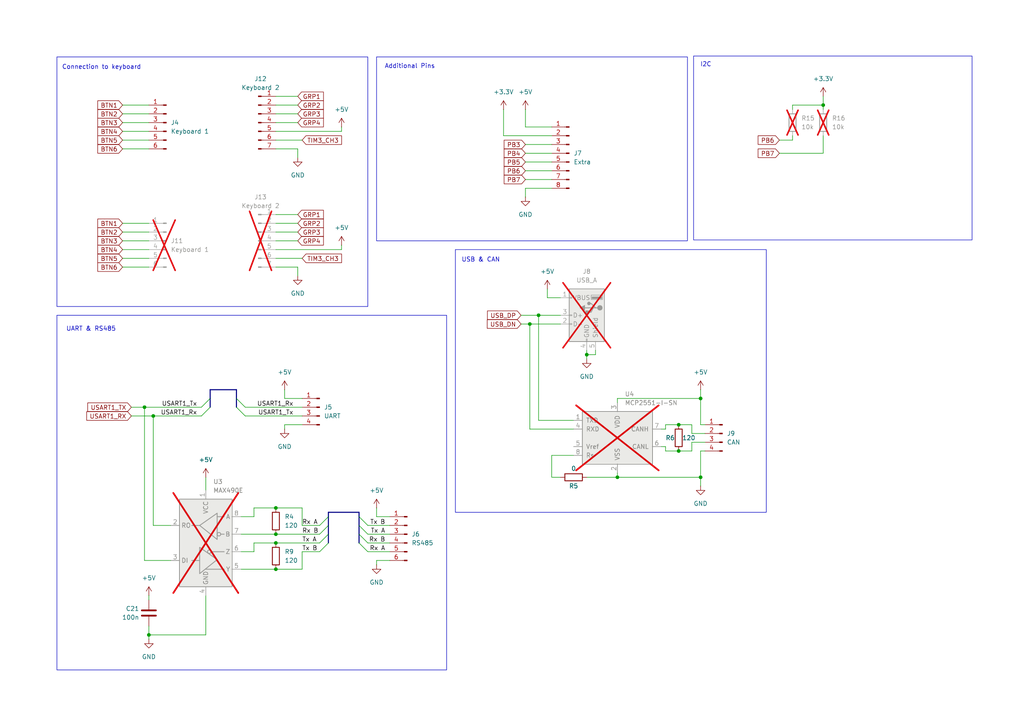
<source format=kicad_sch>
(kicad_sch (version 20250114) (generator "eeschema") (generator_version "9.0")
  (paper "A4")
  (title_block (title "Interface"))
  (lib_symbols
    (symbol "Connector:Conn_01x04_Pin" (pin_names (offset 1.016) (hide yes))
      (property "Reference" "J" (at 0 5.08 0))
      (property "Value" "Conn_01x04_Pin" (at 0 -7.62 0))
      (symbol "Conn_01x04_Pin_1_1"
        (rectangle (start 0.8636 2.667) (end 0 2.413) (stroke (width 0.1524)) (fill (type outline)))
        (rectangle (start 0.8636 0.127) (end 0 -0.127) (stroke (width 0.1524)) (fill (type outline)))
        (rectangle (start 0.8636 -2.413) (end 0 -2.667) (stroke (width 0.1524)) (fill (type outline)))
        (rectangle (start 0.8636 -4.953) (end 0 -5.207) (stroke (width 0.1524)) (fill (type outline)))
        (polyline (pts (xy 1.27 2.54) (xy 0.8636 2.54)) (stroke (width 0.1524)))
        (polyline (pts (xy 1.27 0) (xy 0.8636 0)) (stroke (width 0.1524)))
        (polyline (pts (xy 1.27 -2.54) (xy 0.8636 -2.54)) (stroke (width 0.1524)))
        (polyline (pts (xy 1.27 -5.08) (xy 0.8636 -5.08)) (stroke (width 0.1524)))
        (pin passive line (at 5.08 2.54 180) (length 3.81) (name "Pin_1") (number "1"))
        (pin passive line (at 5.08 0 180) (length 3.81) (name "Pin_2") (number "2"))
        (pin passive line (at 5.08 -2.54 180) (length 3.81) (name "Pin_3") (number "3"))
        (pin passive line (at 5.08 -5.08 180) (length 3.81) (name "Pin_4") (number "4"))
      )
    )
    (symbol "Connector:Conn_01x06_Pin" (pin_names (offset 1.016) (hide yes))
      (property "Reference" "J" (at 0 7.62 0))
      (property "Value" "Conn_01x06_Pin" (at 0 -10.16 0))
      (symbol "Conn_01x06_Pin_1_1"
        (rectangle (start 0.8636 5.207) (end 0 4.953) (stroke (width 0.1524)) (fill (type outline)))
        (rectangle (start 0.8636 2.667) (end 0 2.413) (stroke (width 0.1524)) (fill (type outline)))
        (rectangle (start 0.8636 0.127) (end 0 -0.127) (stroke (width 0.1524)) (fill (type outline)))
        (rectangle (start 0.8636 -2.413) (end 0 -2.667) (stroke (width 0.1524)) (fill (type outline)))
        (rectangle (start 0.8636 -4.953) (end 0 -5.207) (stroke (width 0.1524)) (fill (type outline)))
        (rectangle (start 0.8636 -7.493) (end 0 -7.747) (stroke (width 0.1524)) (fill (type outline)))
        (polyline (pts (xy 1.27 5.08) (xy 0.8636 5.08)) (stroke (width 0.1524)))
        (polyline (pts (xy 1.27 2.54) (xy 0.8636 2.54)) (stroke (width 0.1524)))
        (polyline (pts (xy 1.27 0) (xy 0.8636 0)) (stroke (width 0.1524)))
        (polyline (pts (xy 1.27 -2.54) (xy 0.8636 -2.54)) (stroke (width 0.1524)))
        (polyline (pts (xy 1.27 -5.08) (xy 0.8636 -5.08)) (stroke (width 0.1524)))
        (polyline (pts (xy 1.27 -7.62) (xy 0.8636 -7.62)) (stroke (width 0.1524)))
        (pin passive line (at 5.08 5.08 180) (length 3.81) (name "Pin_1") (number "1"))
        (pin passive line (at 5.08 2.54 180) (length 3.81) (name "Pin_2") (number "2"))
        (pin passive line (at 5.08 0 180) (length 3.81) (name "Pin_3") (number "3"))
        (pin passive line (at 5.08 -2.54 180) (length 3.81) (name "Pin_4") (number "4"))
        (pin passive line (at 5.08 -5.08 180) (length 3.81) (name "Pin_5") (number "5"))
        (pin passive line (at 5.08 -7.62 180) (length 3.81) (name "Pin_6") (number "6"))
      )
    )
    (symbol "Connector:Conn_01x07_Pin" (pin_names (offset 1.016) (hide yes))
      (property "Reference" "J" (at 0 10.16 0))
      (property "Value" "Conn_01x07_Pin" (at 0 -10.16 0))
      (symbol "Conn_01x07_Pin_1_1"
        (rectangle (start 0.8636 7.747) (end 0 7.493) (stroke (width 0.1524)) (fill (type outline)))
        (rectangle (start 0.8636 5.207) (end 0 4.953) (stroke (width 0.1524)) (fill (type outline)))
        (rectangle (start 0.8636 2.667) (end 0 2.413) (stroke (width 0.1524)) (fill (type outline)))
        (rectangle (start 0.8636 0.127) (end 0 -0.127) (stroke (width 0.1524)) (fill (type outline)))
        (rectangle (start 0.8636 -2.413) (end 0 -2.667) (stroke (width 0.1524)) (fill (type outline)))
        (rectangle (start 0.8636 -4.953) (end 0 -5.207) (stroke (width 0.1524)) (fill (type outline)))
        (rectangle (start 0.8636 -7.493) (end 0 -7.747) (stroke (width 0.1524)) (fill (type outline)))
        (polyline (pts (xy 1.27 7.62) (xy 0.8636 7.62)) (stroke (width 0.1524)))
        (polyline (pts (xy 1.27 5.08) (xy 0.8636 5.08)) (stroke (width 0.1524)))
        (polyline (pts (xy 1.27 2.54) (xy 0.8636 2.54)) (stroke (width 0.1524)))
        (polyline (pts (xy 1.27 0) (xy 0.8636 0)) (stroke (width 0.1524)))
        (polyline (pts (xy 1.27 -2.54) (xy 0.8636 -2.54)) (stroke (width 0.1524)))
        (polyline (pts (xy 1.27 -5.08) (xy 0.8636 -5.08)) (stroke (width 0.1524)))
        (polyline (pts (xy 1.27 -7.62) (xy 0.8636 -7.62)) (stroke (width 0.1524)))
        (pin passive line (at 5.08 7.62 180) (length 3.81) (name "Pin_1") (number "1"))
        (pin passive line (at 5.08 5.08 180) (length 3.81) (name "Pin_2") (number "2"))
        (pin passive line (at 5.08 2.54 180) (length 3.81) (name "Pin_3") (number "3"))
        (pin passive line (at 5.08 0 180) (length 3.81) (name "Pin_4") (number "4"))
        (pin passive line (at 5.08 -2.54 180) (length 3.81) (name "Pin_5") (number "5"))
        (pin passive line (at 5.08 -5.08 180) (length 3.81) (name "Pin_6") (number "6"))
        (pin passive line (at 5.08 -7.62 180) (length 3.81) (name "Pin_7") (number "7"))
      )
    )
    (symbol "Connector:Conn_01x08_Pin" (pin_names (offset 1.016) (hide yes))
      (property "Reference" "J" (at 0 10.16 0))
      (property "Value" "Conn_01x08_Pin" (at 0 -12.7 0))
      (symbol "Conn_01x08_Pin_1_1"
        (rectangle (start 0.8636 7.747) (end 0 7.493) (stroke (width 0.1524)) (fill (type outline)))
        (rectangle (start 0.8636 5.207) (end 0 4.953) (stroke (width 0.1524)) (fill (type outline)))
        (rectangle (start 0.8636 2.667) (end 0 2.413) (stroke (width 0.1524)) (fill (type outline)))
        (rectangle (start 0.8636 0.127) (end 0 -0.127) (stroke (width 0.1524)) (fill (type outline)))
        (rectangle (start 0.8636 -2.413) (end 0 -2.667) (stroke (width 0.1524)) (fill (type outline)))
        (rectangle (start 0.8636 -4.953) (end 0 -5.207) (stroke (width 0.1524)) (fill (type outline)))
        (rectangle (start 0.8636 -7.493) (end 0 -7.747) (stroke (width 0.1524)) (fill (type outline)))
        (rectangle (start 0.8636 -10.033) (end 0 -10.287) (stroke (width 0.1524)) (fill (type outline)))
        (polyline (pts (xy 1.27 7.62) (xy 0.8636 7.62)) (stroke (width 0.1524)))
        (polyline (pts (xy 1.27 5.08) (xy 0.8636 5.08)) (stroke (width 0.1524)))
        (polyline (pts (xy 1.27 2.54) (xy 0.8636 2.54)) (stroke (width 0.1524)))
        (polyline (pts (xy 1.27 0) (xy 0.8636 0)) (stroke (width 0.1524)))
        (polyline (pts (xy 1.27 -2.54) (xy 0.8636 -2.54)) (stroke (width 0.1524)))
        (polyline (pts (xy 1.27 -5.08) (xy 0.8636 -5.08)) (stroke (width 0.1524)))
        (polyline (pts (xy 1.27 -7.62) (xy 0.8636 -7.62)) (stroke (width 0.1524)))
        (polyline (pts (xy 1.27 -10.16) (xy 0.8636 -10.16)) (stroke (width 0.1524)))
        (pin passive line (at 5.08 7.62 180) (length 3.81) (name "Pin_1") (number "1"))
        (pin passive line (at 5.08 5.08 180) (length 3.81) (name "Pin_2") (number "2"))
        (pin passive line (at 5.08 2.54 180) (length 3.81) (name "Pin_3") (number "3"))
        (pin passive line (at 5.08 0 180) (length 3.81) (name "Pin_4") (number "4"))
        (pin passive line (at 5.08 -2.54 180) (length 3.81) (name "Pin_5") (number "5"))
        (pin passive line (at 5.08 -5.08 180) (length 3.81) (name "Pin_6") (number "6"))
        (pin passive line (at 5.08 -7.62 180) (length 3.81) (name "Pin_7") (number "7"))
        (pin passive line (at 5.08 -10.16 180) (length 3.81) (name "Pin_8") (number "8"))
      )
    )
    (symbol "Connector:USB_A" (pin_names (offset 1.016))
      (property "Reference" "J" (at -5.08 11.43 0))
      (property "Value" "USB_A" (at -5.08 8.89 0))
      (symbol "USB_A_0_1"
        (rectangle (start -5.08 -7.62) (end 5.08 7.62) (stroke (width 0.254)) (fill (type background)))
        (circle (center -3.81 2.159) (radius 0.635) (stroke (width 0.254)) (fill (type outline)))
        (polyline (pts (xy -3.175 2.159) (xy -2.54 2.159) (xy -1.27 3.429) (xy -0.635 3.429)) (stroke (width 0.254)))
        (polyline (pts (xy -2.54 2.159) (xy -1.905 2.159) (xy -1.27 0.889) (xy 0 0.889)) (stroke (width 0.254)))
        (rectangle (start -1.524 4.826) (end -4.318 5.334) (fill (type outline)))
        (rectangle (start -1.27 4.572) (end -4.572 5.842))
        (circle (center -0.635 3.429) (radius 0.381) (stroke (width 0.254)) (fill (type outline)))
        (rectangle (start -0.127 -7.62) (end 0.127 -6.858))
        (rectangle (start 0.254 1.27) (end -0.508 0.508) (stroke (width 0.254)) (fill (type outline)))
        (polyline (pts (xy 0.635 2.794) (xy 0.635 1.524) (xy 1.905 2.159) (xy 0.635 2.794)) (stroke (width 0.254)) (fill (type outline)))
        (rectangle (start 5.08 4.953) (end 4.318 5.207))
        (rectangle (start 5.08 -0.127) (end 4.318 0.127))
        (rectangle (start 5.08 -2.667) (end 4.318 -2.413))
      )
      (symbol "USB_A_1_1"
        (polyline (pts (xy -1.905 2.159) (xy 0.635 2.159)) (stroke (width 0.254)))
        (pin passive line (at -2.54 -10.16 90) (length 2.54) (name "Shield") (number "5"))
        (pin power_in line (at 0 -10.16 90) (length 2.54) (name "GND") (number "4"))
        (pin power_in line (at 7.62 5.08 180) (length 2.54) (name "VBUS") (number "1"))
        (pin bidirectional line (at 7.62 0 180) (length 2.54) (name "D+") (number "3"))
        (pin bidirectional line (at 7.62 -2.54 180) (length 2.54) (name "D-") (number "2"))
      )
    )
    (symbol "Device:C" (pin_numbers (hide yes)) (pin_names (offset 0.254))
      (property "Reference" "C" (at 0.635 2.54 0))
      (property "Value" "C" (at 0.635 -2.54 0))
      (symbol "C_0_1"
        (polyline (pts (xy -2.032 0.762) (xy 2.032 0.762)) (stroke (width 0.508)))
        (polyline (pts (xy -2.032 -0.762) (xy 2.032 -0.762)) (stroke (width 0.508)))
      )
      (symbol "C_1_1"
        (pin passive line (at 0 3.81 270) (length 2.794) (name "~") (number "1"))
        (pin passive line (at 0 -3.81 90) (length 2.794) (name "~") (number "2"))
      )
    )
    (symbol "Device:R" (pin_numbers (hide yes)) (pin_names (offset 0))
      (property "Reference" "R" (at 2.032 0 90))
      (property "Value" "R" (at 0 0 90))
      (symbol "R_0_1"
        (rectangle (start -1.016 -2.54) (end 1.016 2.54) (stroke (width 0.254)))
      )
      (symbol "R_1_1"
        (pin passive line (at 0 3.81 270) (length 1.27) (name "~") (number "1"))
        (pin passive line (at 0 -3.81 90) (length 1.27) (name "~") (number "2"))
      )
    )
    (symbol "Interface_CAN_LIN:MCP2551-I-SN" (pin_names (offset 1.016))
      (property "Reference" "U" (at -10.16 8.89 0))
      (property "Value" "MCP2551-I-SN" (at 2.54 8.89 0))
      (symbol "MCP2551-I-SN_0_1"
        (rectangle (start -10.16 7.62) (end 10.16 -7.62) (stroke (width 0.254)) (fill (type background)))
      )
      (symbol "MCP2551-I-SN_1_1"
        (pin input line (at -12.7 5.08 0) (length 2.54) (name "TXD") (number "1"))
        (pin output line (at -12.7 2.54 0) (length 2.54) (name "RXD") (number "4"))
        (pin power_out line (at -12.7 -2.54 0) (length 2.54) (name "Vref") (number "5"))
        (pin input line (at -12.7 -5.08 0) (length 2.54) (name "Rs") (number "8"))
        (pin power_in line (at 0 10.16 270) (length 2.54) (name "VDD") (number "3"))
        (pin power_in line (at 0 -10.16 90) (length 2.54) (name "VSS") (number "2"))
        (pin bidirectional line (at 12.7 2.54 180) (length 2.54) (name "CANH") (number "7"))
        (pin bidirectional line (at 12.7 -2.54 180) (length 2.54) (name "CANL") (number "6"))
      )
    )
    (symbol "Interface_UART:MAX490E"
      (property "Reference" "U" (at -7.62 13.97 0))
      (property "Value" "MAX490E" (at 0.762 13.97 0))
      (symbol "MAX490E_0_1"
        (rectangle (start -7.62 12.7) (end 7.62 -12.7) (stroke (width 0.254)) (fill (type background)))
        (polyline (pts (xy -1.778 5.08) (xy -4.064 5.08)) (stroke (width 0.254)))
        (polyline (pts (xy -1.778 -5.08) (xy -4.064 -5.08)) (stroke (width 0.254)))
        (polyline (pts (xy -1.778 -5.08) (xy -1.778 -1.27) (xy 3.302 -4.826) (xy -1.778 -8.89) (xy -1.778 -5.08)) (stroke (width 0.254)))
        (polyline (pts (xy 0 -7.62) (xy 5.334 -7.62)) (stroke (width 0.254)))
        (circle (center 1.016 -2.54) (radius 0.508) (stroke (width 0.254)))
        (polyline (pts (xy 1.524 -2.54) (xy 5.334 -2.54)) (stroke (width 0.254)))
        (polyline (pts (xy 3.302 7.62) (xy 5.334 7.62)) (stroke (width 0.254)))
        (polyline (pts (xy 4.318 2.54) (xy 5.334 2.54)) (stroke (width 0.254)))
      )
      (symbol "MAX490E_1_1"
        (polyline (pts (xy 3.302 4.826) (xy 3.302 8.636) (xy -1.778 5.08) (xy 3.302 1.016) (xy 3.302 4.826)) (stroke (width 0.254)))
        (circle (center 3.81 2.54) (radius 0.508) (stroke (width 0.254)))
        (pin output line (at -10.16 5.08 0) (length 2.54) (name "RO") (number "2"))
        (pin input line (at -10.16 -5.08 0) (length 2.54) (name "DI") (number "3"))
        (pin power_in line (at 0 15.24 270) (length 2.54) (name "VCC") (number "1"))
        (pin power_in line (at 0 -15.24 90) (length 2.54) (name "GND") (number "4"))
        (pin input line (at 10.16 7.62 180) (length 2.54) (name "A") (number "8"))
        (pin input line (at 10.16 2.54 180) (length 2.54) (name "B") (number "7"))
        (pin output line (at 10.16 -2.54 180) (length 2.54) (name "Z") (number "6"))
        (pin output line (at 10.16 -7.62 180) (length 2.54) (name "Y") (number "5"))
      )
    )
    (symbol "power:+3.3V" (power) (pin_numbers (hide yes)) (pin_names (offset 0) (hide yes))
      (property "Value" "+3.3V" (at 0 3.556 0))
      (symbol "+3.3V_0_1"
        (polyline (pts (xy -0.762 1.27) (xy 0 2.54)))
        (polyline (pts (xy 0 2.54) (xy 0.762 1.27)))
        (polyline (pts (xy 0 0) (xy 0 2.54)))
      )
      (symbol "+3.3V_1_1"
        (pin power_in line (at 0 0 90) (length 0) (name "~") (number "1"))
      )
    )
    (symbol "power:+5V" (power) (pin_numbers (hide yes)) (pin_names (offset 0) (hide yes))
      (property "Value" "+5V" (at 0 3.556 0))
      (symbol "+5V_0_1"
        (polyline (pts (xy -0.762 1.27) (xy 0 2.54)))
        (polyline (pts (xy 0 2.54) (xy 0.762 1.27)))
        (polyline (pts (xy 0 0) (xy 0 2.54)))
      )
      (symbol "+5V_1_1"
        (pin power_in line (at 0 0 90) (length 0) (name "~") (number "1"))
      )
    )
    (symbol "power:GND" (power) (pin_numbers (hide yes)) (pin_names (offset 0) (hide yes))
      (property "Value" "GND" (at 0 -3.81 0))
      (symbol "GND_0_1"
        (polyline (pts (xy 0 0) (xy 0 -1.27) (xy 1.27 -1.27) (xy 0 -2.54) (xy -1.27 -1.27) (xy 0 -1.27)))
      )
      (symbol "GND_1_1"
        (pin power_in line (at 0 0 270) (length 0) (name "~") (number "1"))
      )
    )
  )
  (rectangle (start 16.51 91.44) (end 129.54 194.31))
  (rectangle (start 109.22 16.51) (end 199.39 69.85))
  (rectangle (start 132.08 72.39) (end 222.25 148.59))
  (rectangle (start 16.51 16.51) (end 106.68 88.9))
  (rectangle (start 201.168 16.256) (end 281.94 69.596))
  (text "I2C" (at 204.724 18.796 0) (effects (font (size 1.27 1.27))))
  (text "Additional Pins" (at 118.872 19.304 0) (effects (font (size 1.27 1.27))))
  (text "UART & RS485\n" (at 26.416 95.504 0) (effects (font (size 1.27 1.27))))
  (text "USB & CAN" (at 139.446 75.438 0) (effects (font (size 1.27 1.27))))
  (text "Connection to keyboard" (at 29.464 19.558 0) (effects (font (size 1.27 1.27))))
  (junction (at 44.45 120.65))
  (junction (at 80.01 147.32))
  (junction (at 80.01 165.1))
  (junction (at 43.18 184.15))
  (junction (at 203.2 115.57))
  (junction (at 196.85 123.19))
  (junction (at 156.21 91.44))
  (junction (at 41.91 118.11))
  (junction (at 80.01 154.94))
  (junction (at 203.2 138.43))
  (junction (at 238.76 30.48))
  (junction (at 179.07 138.43))
  (junction (at 170.18 102.87))
  (junction (at 153.67 93.98))
  (junction (at 80.01 157.48))
  (junction (at 196.85 130.81))
  (bus_entry (at 92.71 160.02) (size 2.54 -2.54))
  (bus_entry (at 106.68 160.02) (size -2.54 -2.54))
  (bus_entry (at 60.96 118.11) (size -2.54 2.54))
  (bus_entry (at 92.71 152.4) (size 2.54 -2.54))
  (bus_entry (at 68.58 118.11) (size 2.54 2.54))
  (bus_entry (at 106.68 157.48) (size -2.54 -2.54))
  (bus_entry (at 106.68 154.94) (size -2.54 -2.54))
  (bus_entry (at 68.58 115.57) (size 2.54 2.54))
  (bus_entry (at 92.71 154.94) (size 2.54 -2.54))
  (bus_entry (at 106.68 152.4) (size -2.54 -2.54))
  (bus_entry (at 92.71 157.48) (size 2.54 -2.54))
  (bus_entry (at 60.96 115.57) (size -2.54 2.54))
  (wire (pts (xy 156.21 91.44) (xy 162.56 91.44)))
  (wire (pts (xy 152.4 31.75) (xy 152.4 36.83)))
  (wire (pts (xy 179.07 116.84) (xy 179.07 115.57)))
  (wire (pts (xy 106.68 152.4) (xy 113.03 152.4)))
  (wire (pts (xy 160.02 132.08) (xy 160.02 138.43)))
  (wire (pts (xy 69.85 154.94) (xy 80.01 154.94)))
  (wire (pts (xy 109.22 149.86) (xy 113.03 149.86)))
  (wire (pts (xy 73.66 157.48) (xy 80.01 157.48)))
  (wire (pts (xy 160.02 54.61) (xy 152.4 54.61)))
  (wire (pts (xy 43.18 35.56) (xy 35.56 35.56)))
  (wire (pts (xy 35.56 30.48) (xy 43.18 30.48)))
  (wire (pts (xy 106.68 157.48) (xy 113.03 157.48)))
  (wire (pts (xy 86.36 64.77) (xy 80.01 64.77)))
  (wire (pts (xy 172.72 102.87) (xy 170.18 102.87)))
  (wire (pts (xy 193.04 130.81) (xy 193.04 129.54)))
  (wire (pts (xy 71.12 118.11) (xy 87.63 118.11)))
  (bus (pts (xy 60.96 115.57) (xy 60.96 113.03)))
  (wire (pts (xy 35.56 77.47) (xy 43.18 77.47)))
  (wire (pts (xy 80.01 157.48) (xy 92.71 157.48)))
  (wire (pts (xy 73.66 160.02) (xy 69.85 160.02)))
  (wire (pts (xy 229.87 40.64) (xy 229.87 39.37)))
  (wire (pts (xy 35.56 64.77) (xy 43.18 64.77)))
  (wire (pts (xy 152.4 54.61) (xy 152.4 57.15)))
  (wire (pts (xy 86.36 80.01) (xy 86.36 77.47)))
  (wire (pts (xy 80.01 154.94) (xy 92.71 154.94)))
  (bus (pts (xy 95.25 152.4) (xy 95.25 154.94)))
  (wire (pts (xy 80.01 165.1) (xy 87.63 165.1)))
  (wire (pts (xy 38.1 120.65) (xy 44.45 120.65)))
  (bus (pts (xy 60.96 118.11) (xy 60.96 115.57)))
  (wire (pts (xy 152.4 46.99) (xy 160.02 46.99)))
  (wire (pts (xy 152.4 41.91) (xy 160.02 41.91)))
  (wire (pts (xy 86.36 43.18) (xy 80.01 43.18)))
  (wire (pts (xy 49.53 162.56) (xy 41.91 162.56)))
  (wire (pts (xy 170.18 138.43) (xy 179.07 138.43)))
  (wire (pts (xy 229.87 30.48) (xy 238.76 30.48)))
  (wire (pts (xy 156.21 121.92) (xy 156.21 91.44)))
  (wire (pts (xy 203.2 123.19) (xy 204.47 123.19)))
  (wire (pts (xy 35.56 33.02) (xy 43.18 33.02)))
  (wire (pts (xy 160.02 138.43) (xy 162.56 138.43)))
  (wire (pts (xy 179.07 137.16) (xy 179.07 138.43)))
  (wire (pts (xy 196.85 123.19) (xy 200.66 123.19)))
  (bus (pts (xy 60.96 113.03) (xy 68.58 113.03)))
  (wire (pts (xy 35.56 43.18) (xy 43.18 43.18)))
  (wire (pts (xy 43.18 40.64) (xy 35.56 40.64)))
  (wire (pts (xy 87.63 40.64) (xy 80.01 40.64)))
  (wire (pts (xy 170.18 102.87) (xy 170.18 104.14)))
  (wire (pts (xy 162.56 86.36) (xy 158.75 86.36)))
  (wire (pts (xy 203.2 113.03) (xy 203.2 115.57)))
  (bus (pts (xy 95.25 154.94) (xy 95.25 157.48)))
  (bus (pts (xy 104.14 148.59) (xy 95.25 148.59)))
  (bus (pts (xy 104.14 154.94) (xy 104.14 152.4)))
  (wire (pts (xy 92.71 152.4) (xy 87.63 152.4)))
  (wire (pts (xy 106.68 160.02) (xy 113.03 160.02)))
  (wire (pts (xy 170.18 101.6) (xy 170.18 102.87)))
  (wire (pts (xy 160.02 39.37) (xy 146.05 39.37)))
  (wire (pts (xy 86.36 62.23) (xy 80.01 62.23)))
  (wire (pts (xy 238.76 39.37) (xy 238.76 44.45)))
  (wire (pts (xy 35.56 67.31) (xy 43.18 67.31)))
  (wire (pts (xy 226.06 40.64) (xy 229.87 40.64)))
  (bus (pts (xy 104.14 149.86) (xy 104.14 148.59)))
  (wire (pts (xy 193.04 124.46) (xy 193.04 123.19)))
  (wire (pts (xy 238.76 30.48) (xy 238.76 31.75)))
  (wire (pts (xy 179.07 115.57) (xy 203.2 115.57)))
  (wire (pts (xy 196.85 130.81) (xy 193.04 130.81)))
  (bus (pts (xy 95.25 149.86) (xy 95.25 152.4)))
  (wire (pts (xy 203.2 130.81) (xy 204.47 130.81)))
  (wire (pts (xy 166.37 121.92) (xy 156.21 121.92)))
  (wire (pts (xy 109.22 147.32) (xy 109.22 149.86)))
  (wire (pts (xy 73.66 157.48) (xy 73.66 160.02)))
  (wire (pts (xy 87.63 160.02) (xy 92.71 160.02)))
  (wire (pts (xy 59.69 172.72) (xy 59.69 184.15)))
  (wire (pts (xy 41.91 118.11) (xy 58.42 118.11)))
  (wire (pts (xy 109.22 163.83) (xy 109.22 162.56)))
  (wire (pts (xy 153.67 93.98) (xy 153.67 124.46)))
  (wire (pts (xy 59.69 138.43) (xy 59.69 142.24)))
  (wire (pts (xy 43.18 74.93) (xy 35.56 74.93)))
  (wire (pts (xy 151.13 93.98) (xy 153.67 93.98)))
  (wire (pts (xy 200.66 123.19) (xy 200.66 125.73)))
  (wire (pts (xy 203.2 115.57) (xy 203.2 123.19)))
  (wire (pts (xy 41.91 118.11) (xy 41.91 162.56)))
  (bus (pts (xy 68.58 115.57) (xy 68.58 118.11)))
  (wire (pts (xy 80.01 38.1) (xy 99.06 38.1)))
  (wire (pts (xy 80.01 67.31) (xy 86.36 67.31)))
  (wire (pts (xy 73.66 147.32) (xy 80.01 147.32)))
  (wire (pts (xy 80.01 35.56) (xy 86.36 35.56)))
  (wire (pts (xy 87.63 152.4) (xy 87.63 147.32)))
  (wire (pts (xy 43.18 181.61) (xy 43.18 184.15)))
  (wire (pts (xy 82.55 113.03) (xy 82.55 115.57)))
  (wire (pts (xy 86.36 30.48) (xy 80.01 30.48)))
  (wire (pts (xy 193.04 123.19) (xy 196.85 123.19)))
  (wire (pts (xy 80.01 69.85) (xy 86.36 69.85)))
  (wire (pts (xy 153.67 124.46) (xy 166.37 124.46)))
  (wire (pts (xy 71.12 120.65) (xy 87.63 120.65)))
  (wire (pts (xy 87.63 147.32) (xy 80.01 147.32)))
  (wire (pts (xy 43.18 184.15) (xy 43.18 185.42)))
  (wire (pts (xy 200.66 130.81) (xy 196.85 130.81)))
  (wire (pts (xy 73.66 147.32) (xy 73.66 149.86)))
  (bus (pts (xy 104.14 157.48) (xy 104.14 154.94)))
  (wire (pts (xy 44.45 152.4) (xy 49.53 152.4)))
  (wire (pts (xy 166.37 132.08) (xy 160.02 132.08)))
  (wire (pts (xy 229.87 31.75) (xy 229.87 30.48)))
  (wire (pts (xy 193.04 129.54) (xy 191.77 129.54)))
  (wire (pts (xy 99.06 38.1) (xy 99.06 36.83)))
  (wire (pts (xy 80.01 72.39) (xy 99.06 72.39)))
  (wire (pts (xy 86.36 77.47) (xy 80.01 77.47)))
  (wire (pts (xy 43.18 173.99) (xy 43.18 172.72)))
  (wire (pts (xy 204.47 128.27) (xy 200.66 128.27)))
  (wire (pts (xy 203.2 140.97) (xy 203.2 138.43)))
  (wire (pts (xy 82.55 124.46) (xy 82.55 123.19)))
  (bus (pts (xy 104.14 152.4) (xy 104.14 149.86)))
  (wire (pts (xy 86.36 27.94) (xy 80.01 27.94)))
  (bus (pts (xy 95.25 148.59) (xy 95.25 149.86)))
  (wire (pts (xy 203.2 138.43) (xy 203.2 130.81)))
  (wire (pts (xy 73.66 149.86) (xy 69.85 149.86)))
  (wire (pts (xy 106.68 154.94) (xy 113.03 154.94)))
  (bus (pts (xy 68.58 113.03) (xy 68.58 115.57)))
  (wire (pts (xy 87.63 74.93) (xy 80.01 74.93)))
  (wire (pts (xy 87.63 165.1) (xy 87.63 160.02)))
  (wire (pts (xy 43.18 69.85) (xy 35.56 69.85)))
  (wire (pts (xy 226.06 44.45) (xy 238.76 44.45)))
  (wire (pts (xy 69.85 165.1) (xy 80.01 165.1)))
  (wire (pts (xy 82.55 115.57) (xy 87.63 115.57)))
  (wire (pts (xy 158.75 83.82) (xy 158.75 86.36)))
  (wire (pts (xy 146.05 39.37) (xy 146.05 31.75)))
  (wire (pts (xy 86.36 45.72) (xy 86.36 43.18)))
  (wire (pts (xy 43.18 72.39) (xy 35.56 72.39)))
  (wire (pts (xy 172.72 101.6) (xy 172.72 102.87)))
  (wire (pts (xy 152.4 49.53) (xy 160.02 49.53)))
  (wire (pts (xy 43.18 38.1) (xy 35.56 38.1)))
  (wire (pts (xy 44.45 120.65) (xy 58.42 120.65)))
  (wire (pts (xy 152.4 36.83) (xy 160.02 36.83)))
  (wire (pts (xy 38.1 118.11) (xy 41.91 118.11)))
  (wire (pts (xy 44.45 120.65) (xy 44.45 152.4)))
  (wire (pts (xy 238.76 30.48) (xy 238.76 27.94)))
  (wire (pts (xy 151.13 91.44) (xy 156.21 91.44)))
  (wire (pts (xy 200.66 128.27) (xy 200.66 130.81)))
  (wire (pts (xy 179.07 138.43) (xy 203.2 138.43)))
  (wire (pts (xy 43.18 184.15) (xy 59.69 184.15)))
  (wire (pts (xy 82.55 123.19) (xy 87.63 123.19)))
  (wire (pts (xy 99.06 72.39) (xy 99.06 71.12)))
  (wire (pts (xy 109.22 162.56) (xy 113.03 162.56)))
  (wire (pts (xy 152.4 52.07) (xy 160.02 52.07)))
  (wire (pts (xy 153.67 93.98) (xy 162.56 93.98)))
  (wire (pts (xy 152.4 44.45) (xy 160.02 44.45)))
  (wire (pts (xy 193.04 124.46) (xy 191.77 124.46)))
  (wire (pts (xy 80.01 33.02) (xy 86.36 33.02)))
  (wire (pts (xy 200.66 125.73) (xy 204.47 125.73)))
  (label "USART1_Tx" (at 85.09 120.65 180))
  (label "Rx B" (at 111.76 157.48 180))
  (label "Tx A" (at 87.63 157.48 0))
  (label "Tx B" (at 87.63 160.02 0))
  (label "USART1_Rx" (at 57.15 120.65 180))
  (label "Rx A" (at 87.63 152.4 0))
  (label "USART1_Rx" (at 85.09 118.11 180))
  (label "Tx A" (at 111.76 154.94 180))
  (label "USART1_Tx" (at 57.15 118.11 180))
  (label "Tx B" (at 111.76 152.4 180))
  (label "Rx B" (at 87.63 154.94 0))
  (label "Rx A" (at 111.76 160.02 180))
  (global_label "GRP3" (shape input) (at 86.36 33.02 0) (property "Intersheetrefs" "${INTERSHEET_REFS}" (effects (hide yes))))
  (global_label "GRP1" (shape input) (at 86.36 27.94 0) (property "Intersheetrefs" "${INTERSHEET_REFS}" (effects (hide yes))))
  (global_label "PB7" (shape input) (at 226.06 44.45 180) (property "Intersheetrefs" "${INTERSHEET_REFS}" (effects (hide yes))))
  (global_label "PB6" (shape input) (at 226.06 40.64 180) (property "Intersheetrefs" "${INTERSHEET_REFS}" (effects (hide yes))))
  (global_label "BTN6" (shape input) (at 35.56 43.18 180) (property "Intersheetrefs" "${INTERSHEET_REFS}" (effects (hide yes))))
  (global_label "GRP3" (shape input) (at 86.36 67.31 0) (property "Intersheetrefs" "${INTERSHEET_REFS}" (effects (hide yes))))
  (global_label "BTN3" (shape input) (at 35.56 69.85 180) (property "Intersheetrefs" "${INTERSHEET_REFS}" (effects (hide yes))))
  (global_label "GRP4" (shape input) (at 86.36 35.56 0) (property "Intersheetrefs" "${INTERSHEET_REFS}" (effects (hide yes))))
  (global_label "GRP2" (shape input) (at 86.36 64.77 0) (property "Intersheetrefs" "${INTERSHEET_REFS}" (effects (hide yes))))
  (global_label "PB3" (shape input) (at 152.4 41.91 180) (property "Intersheetrefs" "${INTERSHEET_REFS}" (effects (hide yes))))
  (global_label "BTN5" (shape input) (at 35.56 74.93 180) (property "Intersheetrefs" "${INTERSHEET_REFS}" (effects (hide yes))))
  (global_label "BTN2" (shape input) (at 35.56 33.02 180) (property "Intersheetrefs" "${INTERSHEET_REFS}" (effects (hide yes))))
  (global_label "USB_DN" (shape input) (at 151.13 93.98 180) (property "Intersheetrefs" "${INTERSHEET_REFS}" (effects (hide yes))))
  (global_label "GRP1" (shape input) (at 86.36 62.23 0) (property "Intersheetrefs" "${INTERSHEET_REFS}" (effects (hide yes))))
  (global_label "BTN4" (shape input) (at 35.56 72.39 180) (property "Intersheetrefs" "${INTERSHEET_REFS}" (effects (hide yes))))
  (global_label "BTN4" (shape input) (at 35.56 38.1 180) (property "Intersheetrefs" "${INTERSHEET_REFS}" (effects (hide yes))))
  (global_label "BTN3" (shape input) (at 35.56 35.56 180) (property "Intersheetrefs" "${INTERSHEET_REFS}" (effects (hide yes))))
  (global_label "PB4" (shape input) (at 152.4 44.45 180) (property "Intersheetrefs" "${INTERSHEET_REFS}" (effects (hide yes))))
  (global_label "PB5" (shape input) (at 152.4 46.99 180) (property "Intersheetrefs" "${INTERSHEET_REFS}" (effects (hide yes))))
  (global_label "BTN6" (shape input) (at 35.56 77.47 180) (property "Intersheetrefs" "${INTERSHEET_REFS}" (effects (hide yes))))
  (global_label "PB7" (shape input) (at 152.4 52.07 180) (property "Intersheetrefs" "${INTERSHEET_REFS}" (effects (hide yes))))
  (global_label "BTN2" (shape input) (at 35.56 67.31 180) (property "Intersheetrefs" "${INTERSHEET_REFS}" (effects (hide yes))))
  (global_label "TIM3_CH3" (shape input) (at 87.63 40.64 0) (property "Intersheetrefs" "${INTERSHEET_REFS}" (effects (hide yes))))
  (global_label "PB6" (shape input) (at 152.4 49.53 180) (property "Intersheetrefs" "${INTERSHEET_REFS}" (effects (hide yes))))
  (global_label "BTN1" (shape input) (at 35.56 64.77 180) (property "Intersheetrefs" "${INTERSHEET_REFS}" (effects (hide yes))))
  (global_label "BTN1" (shape input) (at 35.56 30.48 180) (property "Intersheetrefs" "${INTERSHEET_REFS}" (effects (hide yes))))
  (global_label "USART1_TX" (shape input) (at 38.1 118.11 180) (property "Intersheetrefs" "${INTERSHEET_REFS}" (effects (hide yes))))
  (global_label "GRP4" (shape input) (at 86.36 69.85 0) (property "Intersheetrefs" "${INTERSHEET_REFS}" (effects (hide yes))))
  (global_label "GRP2" (shape input) (at 86.36 30.48 0) (property "Intersheetrefs" "${INTERSHEET_REFS}" (effects (hide yes))))
  (global_label "TIM3_CH3" (shape input) (at 87.63 74.93 0) (property "Intersheetrefs" "${INTERSHEET_REFS}" (effects (hide yes))))
  (global_label "USB_DP" (shape input) (at 151.13 91.44 180) (property "Intersheetrefs" "${INTERSHEET_REFS}" (effects (hide yes))))
  (global_label "BTN5" (shape input) (at 35.56 40.64 180) (property "Intersheetrefs" "${INTERSHEET_REFS}" (effects (hide yes))))
  (global_label "USART1_RX" (shape input) (at 38.1 120.65 180) (property "Intersheetrefs" "${INTERSHEET_REFS}" (effects (hide yes))))
  (symbol (lib_id "power:GND") (at 82.55 124.46 0) (mirror y) (unit 1)
    (property "Reference" "#PWR031" (effects (hide yes)))
    (property "Value" "GND" (at 82.55 129.54 0))
    (property "Description" "Power symbol creates a global label with name \"GND\" , ground" (effects (hide yes)))
  )
  (symbol (lib_id "Device:R") (at 229.87 35.56 180) (unit 1) (dnp yes)
    (property "Reference" "R15" (at 232.41 34.2899 0) (effects (justify right)))
    (property "Value" "10k" (at 232.41 36.8299 0) (effects (justify right)))
    (property "Footprint" "Resistor_SMD:R_0805_2012Metric_Pad1.20x1.40mm_HandSolder" (effects (hide yes)))
    (property "Description" "Resistor" (effects (hide yes)))
  )
  (symbol (lib_id "power:+3.3V") (at 238.76 27.94 0) (unit 1)
    (property "Reference" "#PWR049" (effects (hide yes)))
    (property "Value" "+3.3V" (at 238.76 22.86 0))
    (property "Description" "Power symbol creates a global label with name \"+3.3V\"" (effects (hide yes)))
  )
  (symbol (lib_id "power:+5V") (at 59.69 138.43 0) (unit 1)
    (property "Reference" "#PWR029" (effects (hide yes)))
    (property "Value" "+5V" (at 59.69 133.35 0))
    (property "Description" "Power symbol creates a global label with name \"+5V\"" (effects (hide yes)))
  )
  (symbol (lib_id "power:+5V") (at 43.18 172.72 0) (unit 1)
    (property "Reference" "#PWR027" (effects (hide yes)))
    (property "Value" "+5V" (at 43.18 167.64 0))
    (property "Description" "Power symbol creates a global label with name \"+5V\"" (effects (hide yes)))
  )
  (symbol (lib_id "power:GND") (at 170.18 104.14 0) (mirror y) (unit 1)
    (property "Reference" "#PWR040" (effects (hide yes)))
    (property "Value" "GND" (at 170.18 109.22 0))
    (property "Description" "Power symbol creates a global label with name \"GND\" , ground" (effects (hide yes)))
  )
  (symbol (lib_id "power:GND") (at 203.2 140.97 0) (mirror y) (unit 1)
    (property "Reference" "#PWR042" (effects (hide yes)))
    (property "Value" "GND" (at 203.2 146.05 0))
    (property "Description" "Power symbol creates a global label with name \"GND\" , ground" (effects (hide yes)))
  )
  (symbol (lib_id "Connector:Conn_01x08_Pin") (at 165.1 44.45 0) (mirror y) (unit 1) (in_bom no)
    (property "Reference" "J7" (at 166.37 44.4499 0) (effects (justify right)))
    (property "Value" "Extra" (at 166.37 46.9899 0) (effects (justify right)))
    (property "Footprint" "Library:Conn_Edge_x08" (effects (hide yes)))
    (property "Description" "Generic connector, single row, 01x08, script generated" (effects (hide yes)))
  )
  (symbol (lib_id "Device:R") (at 80.01 161.29 180) (unit 1)
    (property "Reference" "R9" (at 82.55 160.0199 0) (effects (justify right)))
    (property "Value" "120" (at 82.55 162.5599 0) (effects (justify right)))
    (property "Footprint" "Resistor_SMD:R_0805_2012Metric_Pad1.20x1.40mm_HandSolder" (effects (hide yes)))
    (property "Description" "Resistor" (effects (hide yes)))
  )
  (symbol (lib_id "Device:R") (at 166.37 138.43 90) (unit 1)
    (property "Reference" "R5" (at 166.37 140.97 90))
    (property "Value" "0" (at 166.37 135.89 90))
    (property "Footprint" "Resistor_SMD:R_0603_1608Metric" (effects (hide yes)))
  )
  (symbol (lib_id "power:GND") (at 152.4 57.15 0) (mirror y) (unit 1)
    (property "Reference" "#PWR038" (effects (hide yes)))
    (property "Value" "GND" (at 152.4 62.23 0))
    (property "Description" "Power symbol creates a global label with name \"GND\" , ground" (effects (hide yes)))
  )
  (symbol (lib_id "Connector:Conn_01x06_Pin") (at 118.11 154.94 0) (mirror y) (unit 1) (in_bom no)
    (property "Reference" "J6" (at 119.38 154.9399 0) (effects (justify right)))
    (property "Value" "RS485" (at 119.38 157.4799 0) (effects (justify right)))
    (property "Footprint" "Library:Conn_Edge_x06" (effects (hide yes)))
    (property "Description" "Generic connector, single row, 01x06, script generated" (effects (hide yes)))
  )
  (symbol (lib_id "power:GND") (at 109.22 163.83 0) (mirror y) (unit 1)
    (property "Reference" "#PWR035" (effects (hide yes)))
    (property "Value" "GND" (at 109.22 168.91 0))
    (property "Description" "Power symbol creates a global label with name \"GND\" , ground" (effects (hide yes)))
  )
  (symbol (lib_id "power:+3.3V") (at 146.05 31.75 0) (unit 1)
    (property "Reference" "#PWR036" (effects (hide yes)))
    (property "Value" "+3.3V" (at 146.05 26.67 0))
    (property "Description" "Power symbol creates a global label with name \"+3.3V\"" (effects (hide yes)))
  )
  (symbol (lib_id "power:+5V") (at 203.2 113.03 0) (unit 1)
    (property "Reference" "#PWR041" (effects (hide yes)))
    (property "Value" "+5V" (at 203.2 107.95 0))
    (property "Description" "Power symbol creates a global label with name \"+5V\"" (effects (hide yes)))
  )
  (symbol (lib_id "Connector:Conn_01x06_Pin") (at 48.26 35.56 0) (mirror y) (unit 1)
    (property "Reference" "J4" (at 49.53 35.5599 0) (effects (justify right)))
    (property "Value" "Keyboard 1" (at 49.53 38.0999 0) (effects (justify right)))
    (property "Footprint" "Connector_PinHeader_2.54mm:PinHeader_1x06_P2.54mm_Vertical_SMD_Pin1Left" (effects (hide yes)))
    (property "Description" "Generic connector, single row, 01x06, script generated" (effects (hide yes)))
  )
  (symbol (lib_id "power:GND") (at 86.36 45.72 0) (mirror y) (unit 1)
    (property "Reference" "#PWR033" (effects (hide yes)))
    (property "Value" "GND" (at 86.36 50.8 0))
    (property "Description" "Power symbol creates a global label with name \"GND\" , ground" (effects (hide yes)))
  )
  (symbol (lib_id "Device:R") (at 238.76 35.56 180) (unit 1) (dnp yes)
    (property "Reference" "R16" (at 241.3 34.2899 0) (effects (justify right)))
    (property "Value" "10k" (at 241.3 36.8299 0) (effects (justify right)))
    (property "Footprint" "Resistor_SMD:R_0805_2012Metric_Pad1.20x1.40mm_HandSolder" (effects (hide yes)))
    (property "Description" "Resistor" (effects (hide yes)))
  )
  (symbol (lib_id "power:+5V") (at 109.22 147.32 0) (unit 1)
    (property "Reference" "#PWR034" (effects (hide yes)))
    (property "Value" "+5V" (at 109.22 142.24 0))
    (property "Description" "Power symbol creates a global label with name \"+5V\"" (effects (hide yes)))
  )
  (symbol (lib_id "Connector:Conn_01x04_Pin") (at 92.71 118.11 0) (mirror y) (unit 1) (in_bom no)
    (property "Reference" "J5" (at 93.98 118.1099 0) (effects (justify right)))
    (property "Value" "UART" (at 93.98 120.6499 0) (effects (justify right)))
    (property "Footprint" "Library:Conn_Edge_x04" (effects (hide yes)))
    (property "Description" "Generic connector, single row, 01x04, script generated" (effects (hide yes)))
  )
  (symbol (lib_id "power:+5V") (at 99.06 36.83 0) (unit 1)
    (property "Reference" "#PWR032" (effects (hide yes)))
    (property "Value" "+5V" (at 99.06 31.75 0))
    (property "Description" "Power symbol creates a global label with name \"+5V\"" (effects (hide yes)))
  )
  (symbol (lib_id "power:+5V") (at 158.75 83.82 0) (mirror y) (unit 1)
    (property "Reference" "#PWR039" (effects (hide yes)))
    (property "Value" "+5V" (at 158.75 78.74 0))
    (property "Description" "Power symbol creates a global label with name \"+5V\"" (effects (hide yes)))
  )
  (symbol (lib_id "power:+5V") (at 82.55 113.03 0) (unit 1)
    (property "Reference" "#PWR030" (effects (hide yes)))
    (property "Value" "+5V" (at 82.55 107.95 0))
    (property "Description" "Power symbol creates a global label with name \"+5V\"" (effects (hide yes)))
  )
  (symbol (lib_id "Connector:USB_A") (at 170.18 91.44 0) (mirror y) (unit 1) (dnp yes)
    (property "Reference" "J8" (at 170.18 78.74 0))
    (property "Value" "USB_A" (at 170.18 81.28 0))
    (property "Footprint" "Connector_USB:USB_Micro-B_Wuerth_629105150521_CircularHoles" (effects (hide yes)))
    (property "Description" "USB Type A connector" (effects (hide yes)))
    (property "Reichelt" "https://www.reichelt.de/de/de/shop/produkt/micro-usb-einbaubuchse_typ_b_5-pol_smd-155041" (effects (hide yes)))
  )
  (symbol (lib_id "Device:C") (at 43.18 177.8 0) (mirror y) (unit 1)
    (property "Reference" "C21" (at 40.386 176.53 0) (effects (justify left)))
    (property "Value" "100n" (at 40.386 179.07 0) (effects (justify left)))
    (property "Footprint" "Capacitor_SMD:C_0603_1608Metric" (effects (hide yes)))
    (property "Description" "Unpolarized capacitor" (effects (hide yes)))
  )
  (symbol (lib_id "power:+5V") (at 152.4 31.75 0) (mirror y) (unit 1)
    (property "Reference" "#PWR037" (effects (hide yes)))
    (property "Value" "+5V" (at 152.4 26.67 0))
    (property "Description" "Power symbol creates a global label with name \"+5V\"" (effects (hide yes)))
  )
  (symbol (lib_id "Connector:Conn_01x07_Pin") (at 74.93 35.56 0) (unit 1)
    (property "Reference" "J12" (at 75.565 22.86 0))
    (property "Value" "Keyboard 2" (at 75.565 25.4 0))
    (property "Footprint" "Connector_PinHeader_2.54mm:PinHeader_1x07_P2.54mm_Vertical_SMD_Pin1Left" (effects (hide yes)))
    (property "Description" "Generic connector, single row, 01x07, script generated" (effects (hide yes)))
  )
  (symbol (lib_id "Interface_CAN_LIN:MCP2551-I-SN") (at 179.07 127 0) (unit 1) (dnp yes)
    (property "Reference" "U4" (at 181.2133 114.3 0) (effects (justify left)))
    (property "Value" "MCP2551-I-SN" (at 181.2133 116.84 0) (effects (justify left)))
    (property "Footprint" "Package_SO:SOIC-8_3.9x4.9mm_P1.27mm" (effects (hide yes)))
    (property "Datasheet" "http://ww1.microchip.com/downloads/en/devicedoc/21667d.pdf" (effects (hide yes)))
    (property "Description" "High-Speed CAN Transceiver, 1Mbps, 5V supply, SOIC-8" (effects (hide yes)))
  )
  (symbol (lib_id "power:GND") (at 86.36 80.01 0) (mirror y) (unit 1)
    (property "Reference" "#PWR044" (effects (hide yes)))
    (property "Value" "GND" (at 86.36 85.09 0))
    (property "Description" "Power symbol creates a global label with name \"GND\" , ground" (effects (hide yes)))
  )
  (symbol (lib_id "Interface_UART:MAX490E") (at 59.69 157.48 0) (unit 1) (dnp yes)
    (property "Reference" "U3" (at 61.8333 139.7 0) (effects (justify left)))
    (property "Value" "MAX490E" (at 61.8333 142.24 0) (effects (justify left)))
    (property "Footprint" "Package_SO:SOIC-8_3.9x4.9mm_P1.27mm" (effects (hide yes)))
    (property "Datasheet" "https://datasheets.maximintegrated.com/en/ds/MAX1487E-MAX491E.pdf" (effects (hide yes)))
    (property "Description" "Full duplex RS-485/RS-422, 2.5 Mbps, ±15kV electro-static discharge (ESD) protection, no slew-rate limited, no low-power shutdown, no with receiver/driver enable, 32 receiver drive capability, -40 to +85 degree Celsius, DIP-8 and SOIC-8" (effects (hide yes)))
  )
  (symbol (lib_id "Connector:Conn_01x04_Pin") (at 209.55 125.73 0) (mirror y) (unit 1) (in_bom no)
    (property "Reference" "J9" (at 210.82 125.7299 0) (effects (justify right)))
    (property "Value" "CAN" (at 210.82 128.2699 0) (effects (justify right)))
    (property "Footprint" "Library:Conn_Edge_x04" (effects (hide yes)))
    (property "Description" "Generic connector, single row, 01x04, script generated" (effects (hide yes)))
  )
  (symbol (lib_id "Connector:Conn_01x06_Pin") (at 48.26 69.85 0) (mirror y) (unit 1) (dnp yes)
    (property "Reference" "J11" (at 49.53 69.8499 0) (effects (justify right)))
    (property "Value" "Keyboard 1" (at 49.53 72.3899 0) (effects (justify right)))
    (property "Footprint" "Connector_PinHeader_2.54mm:PinHeader_1x06_P2.54mm_Vertical" (effects (hide yes)))
    (property "Description" "Generic connector, single row, 01x06, script generated" (effects (hide yes)))
  )
  (symbol (lib_id "power:+5V") (at 99.06 71.12 0) (unit 1)
    (property "Reference" "#PWR045" (effects (hide yes)))
    (property "Value" "+5V" (at 99.06 66.04 0))
    (property "Description" "Power symbol creates a global label with name \"+5V\"" (effects (hide yes)))
  )
  (symbol (lib_id "Device:R") (at 80.01 151.13 180) (unit 1)
    (property "Reference" "R4" (at 82.55 149.8599 0) (effects (justify right)))
    (property "Value" "120" (at 82.55 152.3999 0) (effects (justify right)))
    (property "Footprint" "Resistor_SMD:R_0805_2012Metric_Pad1.20x1.40mm_HandSolder" (effects (hide yes)))
    (property "Description" "Resistor" (effects (hide yes)))
  )
  (symbol (lib_id "Connector:Conn_01x07_Pin") (at 74.93 69.85 0) (unit 1) (dnp yes)
    (property "Reference" "J13" (at 75.565 57.15 0))
    (property "Value" "Keyboard 2" (at 75.565 59.69 0))
    (property "Footprint" "Connector_PinHeader_2.54mm:PinHeader_1x07_P2.54mm_Vertical" (effects (hide yes)))
    (property "Description" "Generic connector, single row, 01x07, script generated" (effects (hide yes)))
  )
  (symbol (lib_id "power:GND") (at 43.18 185.42 0) (mirror y) (unit 1)
    (property "Reference" "#PWR028" (effects (hide yes)))
    (property "Value" "GND" (at 43.18 190.5 0))
    (property "Description" "Power symbol creates a global label with name \"GND\" , ground" (effects (hide yes)))
  )
  (symbol (lib_id "Device:R") (at 196.85 127 180) (unit 1)
    (property "Reference" "R6" (at 193.04 127 0) (effects (justify right)))
    (property "Value" "120" (at 197.866 127 0) (effects (justify right)))
    (property "Footprint" "Resistor_SMD:R_0805_2012Metric_Pad1.20x1.40mm_HandSolder" (effects (hide yes)))
    (property "Description" "Resistor" (effects (hide yes)))
  )
)
</source>
